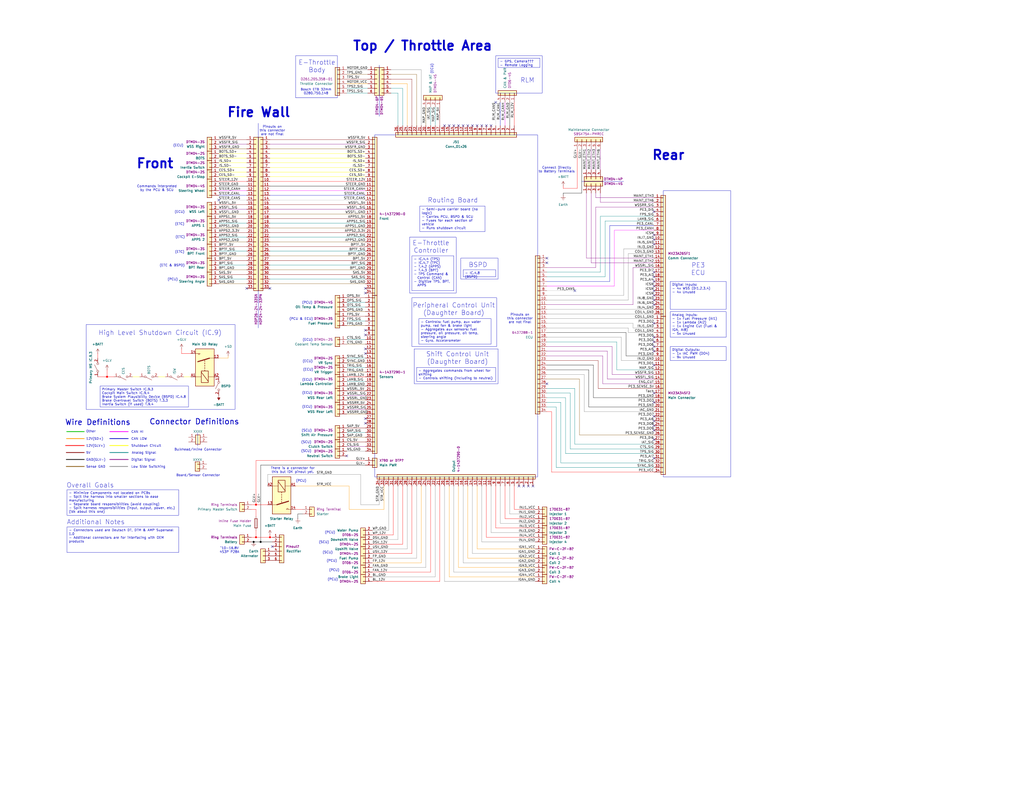
<source format=kicad_sch>
(kicad_sch (version 20231120) (generator "eeschema") (generator_version "8.0")
  (paper "C")
  (title_block (title "FSAE Interconnect") (date "2024-10-22") (rev "B") (company "\"Gryphon\" Racing"))
  (junction (at 58.42 205.74) (color 255 0 0 1))
  (junction (at 142.24 295.91) (color 0 0 0 1))
  (junction (at 139.7 275.59) (color 255 0 0 1))
  (junction (at 139.7 293.37) (color 255 0 0 1))
  (junction (at 147.32 293.37) (color 255 0 0 1))
  (junction (at 138.43 295.91) (color 0 0 0 1))
  (no_connect (at 199.39 182.88))
  (no_connect (at 356.87 128.27))
  (no_connect (at 356.87 227.33))
  (no_connect (at 247.65 68.58))
  (no_connect (at 298.45 143.51))
  (no_connect (at 356.87 133.35))
  (no_connect (at 356.87 153.67))
  (no_connect (at 270.51 55.88))
  (no_connect (at 199.39 180.34))
  (no_connect (at 356.87 199.39))
  (no_connect (at 356.87 240.03))
  (no_connect (at 189.23 248.92))
  (no_connect (at 313.69 158.75))
  (no_connect (at 148.59 298.45))
  (no_connect (at 242.57 68.58))
  (no_connect (at 356.87 148.59))
  (no_connect (at 257.81 68.58))
  (no_connect (at 356.87 250.19))
  (no_connect (at 298.45 140.97))
  (no_connect (at 134.62 157.48))
  (no_connect (at 356.87 219.71))
  (no_connect (at 245.11 68.58))
  (no_connect (at 356.87 166.37))
  (no_connect (at 290.83 265.43))
  (no_connect (at 356.87 232.41))
  (no_connect (at 356.87 214.63))
  (no_connect (at 356.87 176.53))
  (no_connect (at 356.87 184.15))
  (no_connect (at 356.87 161.29))
  (no_connect (at 356.87 158.75))
  (no_connect (at 199.39 190.5))
  (no_connect (at 199.39 228.6))
  (no_connect (at 283.21 265.43))
  (no_connect (at 199.39 160.02))
  (no_connect (at 356.87 156.21))
  (no_connect (at 252.73 68.58))
  (no_connect (at 119.38 109.22))
  (no_connect (at 199.39 231.14))
  (no_connect (at 356.87 189.23))
  (no_connect (at 285.75 265.43))
  (no_connect (at 288.29 265.43))
  (no_connect (at 356.87 130.81))
  (no_connect (at 356.87 186.69))
  (no_connect (at 265.43 68.58))
  (no_connect (at 356.87 163.83))
  (no_connect (at 199.39 157.48))
  (no_connect (at 260.35 68.58))
  (no_connect (at 267.97 68.58))
  (no_connect (at 356.87 151.13))
  (no_connect (at 262.89 68.58))
  (no_connect (at 298.45 209.55))
  (no_connect (at 147.32 157.48))
  (no_connect (at 250.19 68.58))
  (no_connect (at 356.87 234.95))
  (no_connect (at 356.87 115.57))
  (no_connect (at 199.39 193.04))
  (no_connect (at 255.27 68.58))
  (no_connect (at 356.87 191.77))
  (no_connect (at 356.87 229.87))
  (wire (pts (xy 147.32 152.4) (xy 199.39 152.4)) (stroke (width 0) (color 0 132 132 1)))
  (wire (pts (xy 199.39 162.56) (xy 189.23 162.56)) (stroke (width 0) (color 132 0 0 1)))
  (wire (pts (xy 119.38 114.3) (xy 134.62 114.3)) (stroke (width 0) (color 132 0 132 1)))
  (wire (pts (xy 86.36 205.74) (xy 90.17 205.74)) (stroke (width 0) (color 255 255 0 1)))
  (wire (pts (xy 313.69 158.75) (xy 298.45 158.75)) (stroke (width 0) (color 194 194 194 1)))
  (wire (pts (xy 270.51 288.29) (xy 270.51 265.43)) (stroke (width 0) (color 255 0 0 1)))
  (wire (pts (xy 161.29 265.43) (xy 190.5 265.43)) (stroke (width 0) (color 255 153 0 1)))
  (wire (pts (xy 229.87 38.1) (xy 213.36 38.1)) (stroke (width 0) (color 132 132 132 1)))
  (wire (pts (xy 227.33 40.64) (xy 227.33 68.58)) (stroke (width 0) (color 128 77 0 1)))
  (wire (pts (xy 217.17 294.64) (xy 203.2 294.64)) (stroke (width 0) (color 132 132 132 1)))
  (wire (pts (xy 99.06 190.5) (xy 99.06 193.04)) (stroke (width 0) (color 255 0 0 1)))
  (wire (pts (xy 199.39 208.28) (xy 189.23 208.28)) (stroke (width 0) (color 0 132 132 1)))
  (wire (pts (xy 332.74 153.67) (xy 298.45 153.67)) (stroke (width 0) (color 0 0 194 1)))
  (wire (pts (xy 323.85 199.39) (xy 298.45 199.39)) (stroke (width 0) (color 0 0 0 1)))
  (wire (pts (xy 313.69 212.09) (xy 298.45 212.09)) (stroke (width 0) (color 0 132 132 1)))
  (wire (pts (xy 275.59 283.21) (xy 292.1 283.21)) (stroke (width 0) (color 255 0 0 1)))
  (wire (pts (xy 356.87 222.25) (xy 321.31 222.25)) (stroke (width 0) (color 0 0 0 1)))
  (wire (pts (xy 356.87 252.73) (xy 306.07 252.73)) (stroke (width 0) (color 0 132 132 1)))
  (wire (pts (xy 229.87 307.34) (xy 203.2 307.34)) (stroke (width 0) (color 255 153 0 1)))
  (wire (pts (xy 139.7 293.37) (xy 147.32 293.37)) (stroke (width 0) (color 255 0 0 1)))
  (wire (pts (xy 255.27 304.8) (xy 292.1 304.8)) (stroke (width 0) (color 255 153 0 1)))
  (wire (pts (xy 356.87 194.31) (xy 341.63 194.31)) (stroke (width 0) (color 0 0 0 1)))
  (wire (pts (xy 147.32 129.54) (xy 199.39 129.54)) (stroke (width 0) (color 0 132 132 1)))
  (wire (pts (xy 161.29 278.13) (xy 165.1 278.13)) (stroke (width 0) (color 255 0 0 1)))
  (wire (pts (xy 320.04 105.41) (xy 320.04 140.97)) (stroke (width 0) (color 132 0 132 1)))
  (wire (pts (xy 147.32 154.94) (xy 199.39 154.94)) (stroke (width 0) (color 128 77 0 1)))
  (wire (pts (xy 345.44 179.07) (xy 356.87 179.07)) (stroke (width 0) (color 132 132 132 1)))
  (wire (pts (xy 147.32 91.44) (xy 199.39 91.44)) (stroke (width 0) (color 255 255 0 1)))
  (wire (pts (xy 318.77 224.79) (xy 318.77 204.47)) (stroke (width 0) (color 132 132 132 1)))
  (wire (pts (xy 189.23 220.98) (xy 199.39 220.98)) (stroke (width 0) (color 132 0 0 1)))
  (wire (pts (xy 219.71 265.43) (xy 219.71 297.18)) (stroke (width 0) (color 255 0 0 1)))
  (wire (pts (xy 137.16 278.13) (xy 139.7 278.13)) (stroke (width 0) (color 255 0 0 1)))
  (wire (pts (xy 311.15 245.11) (xy 356.87 245.11)) (stroke (width 0) (color 0 132 132 1)))
  (wire (pts (xy 53.34 193.04) (xy 53.34 195.58)) (stroke (width 0) (color 255 0 0 1)))
  (wire (pts (xy 139.7 251.46) (xy 139.7 275.59)) (stroke (width 0) (color 255 0 0 1)))
  (wire (pts (xy 213.36 50.8) (xy 217.17 50.8)) (stroke (width 0) (color 0 132 132 1)))
  (wire (pts (xy 224.79 43.18) (xy 224.79 68.58)) (stroke (width 0) (color 132 0 0 1)))
  (wire (pts (xy 298.45 217.17) (xy 308.61 217.17)) (stroke (width 0) (color 0 132 132 1)))
  (wire (pts (xy 196.85 259.08) (xy 196.85 275.59)) (stroke (width 0) (color 132 132 132 1)))
  (wire (pts (xy 119.38 119.38) (xy 134.62 119.38)) (stroke (width 0) (color 132 0 0 1)))
  (wire (pts (xy 316.23 237.49) (xy 316.23 207.01)) (stroke (width 0) (color 128 77 0 1)))
  (wire (pts (xy 147.32 147.32) (xy 199.39 147.32)) (stroke (width 0) (color 128 77 0 1)))
  (wire (pts (xy 307.34 102.87) (xy 314.96 102.87)) (stroke (width 0) (color 255 0 0 1)))
  (wire (pts (xy 316.23 237.49) (xy 356.87 237.49)) (stroke (width 0) (color 128 77 0 1)))
  (wire (pts (xy 119.38 96.52) (xy 134.62 96.52)) (stroke (width 0) (color 255 255 0 1)))
  (wire (pts (xy 342.9 181.61) (xy 356.87 181.61)) (stroke (width 0) (color 132 132 132 1)))
  (wire (pts (xy 119.38 139.7) (xy 134.62 139.7)) (stroke (width 0) (color 128 77 0 1)))
  (wire (pts (xy 222.25 45.72) (xy 222.25 68.58)) (stroke (width 0) (color 255 153 0 1)))
  (wire (pts (xy 119.38 142.24) (xy 134.62 142.24)) (stroke (width 0) (color 132 0 0 1)))
  (wire (pts (xy 311.15 245.11) (xy 311.15 214.63)) (stroke (width 0) (color 0 132 132 1)))
  (bus (pts (xy 59.9186 250.9012) (xy 69.9516 250.9012)) (stroke (width 0.4) (color 132 0 132 1)))
  (wire (pts (xy 219.71 48.26) (xy 213.36 48.26)) (stroke (width 0) (color 0 132 132 1)))
  (wire (pts (xy 322.58 143.51) (xy 356.87 143.51)) (stroke (width 0) (color 132 0 132 1)))
  (wire (pts (xy 147.32 76.2) (xy 199.39 76.2)) (stroke (width 0) (color 132 0 0 1)))
  (wire (pts (xy 356.87 207.01) (xy 331.47 207.01)) (stroke (width 0) (color 132 0 132 1)))
  (wire (pts (xy 245.11 314.96) (xy 292.1 314.96)) (stroke (width 0) (color 255 153 0 1)))
  (wire (pts (xy 224.79 43.18) (xy 213.36 43.18)) (stroke (width 0) (color 132 0 0 1)))
  (wire (pts (xy 326.39 212.09) (xy 326.39 196.85)) (stroke (width 0) (color 132 0 0 1)))
  (wire (pts (xy 199.39 210.82) (xy 189.23 210.82)) (stroke (width 0) (color 0 0 0 1)))
  (wire (pts (xy 275.59 283.21) (xy 275.59 265.43)) (stroke (width 0) (color 255 0 0 1)))
  (wire (pts (xy 320.04 81.28) (xy 320.04 92.71)) (stroke (width 0) (color 132 0 132 1)))
  (wire (pts (xy 326.39 212.09) (xy 356.87 212.09)) (stroke (width 0) (color 132 0 0 1)))
  (wire (pts (xy 147.32 101.6) (xy 199.39 101.6)) (stroke (width 0) (color 0 0 0 1)))
  (wire (pts (xy 137.16 295.91) (xy 138.43 295.91)) (stroke (width 0) (color 0 0 0 1)))
  (wire (pts (xy 260.35 299.72) (xy 292.1 299.72)) (stroke (width 0) (color 255 153 0 1)))
  (wire (pts (xy 280.67 278.13) (xy 280.67 265.43)) (stroke (width 0) (color 255 0 0 1)))
  (wire (pts (xy 217.17 50.8) (xy 217.17 68.58)) (stroke (width 0) (color 0 132 132 1)))
  (wire (pts (xy 321.31 222.25) (xy 321.31 201.93)) (stroke (width 0) (color 0 0 0 1)))
  (wire (pts (xy 119.38 93.98) (xy 134.62 93.98)) (stroke (width 0) (color 255 255 0 1)))
  (wire (pts (xy 147.32 106.68) (xy 199.39 106.68)) (stroke (width 0) (color 0 0 194 1)))
  (wire (pts (xy 119.38 154.94) (xy 134.62 154.94)) (stroke (width 0) (color 128 77 0 1)))
  (wire (pts (xy 147.32 134.62) (xy 199.39 134.62)) (stroke (width 0) (color 132 0 0 1)))
  (wire (pts (xy 339.09 184.15) (xy 298.45 184.15)) (stroke (width 0) (color 132 132 132 1)))
  (bus (pts (xy 59.9186 254.7112) (xy 69.6976 254.7112)) (stroke (width 0.4) (color 132 132 132 1)))
  (wire (pts (xy 356.87 204.47) (xy 334.01 204.47)) (stroke (width 0) (color 132 0 132 1)))
  (wire (pts (xy 270.51 68.58) (xy 270.51 55.88)) (stroke (width 0) (color 194 194 194 1)))
  (wire (pts (xy 229.87 265.43) (xy 229.87 307.34)) (stroke (width 0) (color 255 153 0 1)))
  (wire (pts (xy 311.15 214.63) (xy 298.45 214.63)) (stroke (width 0) (color 0 132 132 1)))
  (wire (pts (xy 280.67 278.13) (xy 292.1 278.13)) (stroke (width 0) (color 255 0 0 1)))
  (wire (pts (xy 339.09 196.85) (xy 356.87 196.85)) (stroke (width 0) (color 132 132 132 1)))
  (wire (pts (xy 334.01 189.23) (xy 334.01 204.47)) (stroke (width 0) (color 132 0 132 1)))
  (wire (pts (xy 119.38 76.2) (xy 134.62 76.2)) (stroke (width 0) (color 132 0 0 1)))
  (wire (pts (xy 139.7 278.13) (xy 139.7 281.94)) (stroke (width 0) (color 255 0 0 1)))
  (wire (pts (xy 219.71 48.26) (xy 219.71 68.58)) (stroke (width 0) (color 0 132 132 1)))
  (wire (pts (xy 298.45 196.85) (xy 326.39 196.85)) (stroke (width 0) (color 132 0 0 1)))
  (wire (pts (xy 72.39 205.74) (xy 76.2 205.74)) (stroke (width 0) (color 255 255 0 1)))
  (wire (pts (xy 189.23 213.36) (xy 199.39 213.36)) (stroke (width 0) (color 132 0 0 1)))
  (wire (pts (xy 345.44 176.53) (xy 298.45 176.53)) (stroke (width 0) (color 132 132 132 1)))
  (wire (pts (xy 325.12 146.05) (xy 298.45 146.05)) (stroke (width 0) (color 132 0 132 1)))
  (wire (pts (xy 219.71 297.18) (xy 203.2 297.18)) (stroke (width 0) (color 255 0 0 1)))
  (wire (pts (xy 147.32 139.7) (xy 199.39 139.7)) (stroke (width 0) (color 128 77 0 1)))
  (wire (pts (xy 147.32 119.38) (xy 199.39 119.38)) (stroke (width 0) (color 132 0 0 1)))
  (wire (pts (xy 189.23 218.44) (xy 199.39 218.44)) (stroke (width 0) (color 128 77 0 1)))
  (wire (pts (xy 273.05 285.75) (xy 273.05 265.43)) (stroke (width 0) (color 132 132 132 1)))
  (wire (pts (xy 199.39 241.3) (xy 189.23 241.3)) (stroke (width 0) (color 132 0 0 1)))
  (wire (pts (xy 342.9 163.83) (xy 298.45 163.83)) (stroke (width 0) (color 132 132 132 1)))
  (wire (pts (xy 325.12 113.03) (xy 325.12 146.05)) (stroke (width 0) (color 132 0 132 1)))
  (wire (pts (xy 307.34 105.41) (xy 317.5 105.41)) (stroke (width 0) (color 0 0 0 1)))
  (wire (pts (xy 273.05 285.75) (xy 292.1 285.75)) (stroke (width 0) (color 132 132 132 1)))
  (wire (pts (xy 298.45 171.45) (xy 356.87 171.45)) (stroke (width 0) (color 132 132 132 1)))
  (bus (pts (xy 59.9186 235.6612) (xy 69.9516 235.6612)) (stroke (width 0.4) (color 255 0 255 1)))
  (wire (pts (xy 119.38 101.6) (xy 134.62 101.6)) (stroke (width 0) (color 0 0 0 1)))
  (wire (pts (xy 298.45 168.91) (xy 356.87 168.91)) (stroke (width 0) (color 132 132 132 1)))
  (wire (pts (xy 242.57 265.43) (xy 242.57 317.5)) (stroke (width 0) (color 132 132 132 1)))
  (wire (pts (xy 342.9 179.07) (xy 298.45 179.07)) (stroke (width 0) (color 132 132 132 1)))
  (polyline (pts (xy 107.95 236.474) (xy 107.95 243.586)))
  (wire (pts (xy 119.38 86.36) (xy 134.62 86.36)) (stroke (width 0) (color 255 255 0 1)))
  (wire (pts (xy 199.39 170.18) (xy 189.23 170.18)) (stroke (width 0) (color 128 77 0 1)))
  (wire (pts (xy 262.89 295.91) (xy 262.89 265.43)) (stroke (width 0) (color 132 132 132 1)))
  (wire (pts (xy 227.33 304.8) (xy 203.2 304.8)) (stroke (width 0) (color 132 132 132 1)))
  (bus (pts (xy 59.9186 247.0912) (xy 69.9516 247.0912)) (stroke (width 0.4) (color 0 132 132 1)))
  (wire (pts (xy 119.38 195.58) (xy 124.46 195.58)) (stroke (width 0) (color 255 153 0 1)))
  (wire (pts (xy 189.23 243.84) (xy 199.39 243.84)) (stroke (width 0) (color 132 0 132 1)))
  (wire (pts (xy 119.38 88.9) (xy 134.62 88.9)) (stroke (width 0) (color 255 255 0 1)))
  (wire (pts (xy 190.5 265.43) (xy 190.5 278.13)) (stroke (width 0) (color 255 153 0 1)))
  (wire (pts (xy 252.73 265.43) (xy 252.73 307.34)) (stroke (width 0) (color 132 132 132 1)))
  (wire (pts (xy 327.66 110.49) (xy 356.87 110.49)) (stroke (width 0) (color 132 0 132 1)))
  (wire (pts (xy 189.23 45.72) (xy 200.66 45.72)) (stroke (width 0) (color 255 153 0 1)))
  (bus (pts (xy 36.1696 254.7112) (xy 45.9486 254.7112)) (stroke (width 0.4) (color 128 77 0 1)))
  (bus (pts (xy 36.1696 250.9012) (xy 45.9486 250.9012)) (stroke (width 0.4) (color 0 0 0 1)))
  (wire (pts (xy 147.32 293.37) (xy 147.32 292.1)) (stroke (width 0) (color 255 0 0 1)))
  (wire (pts (xy 119.38 81.28) (xy 134.62 81.28)) (stroke (width 0) (color 128 77 0 1)))
  (wire (pts (xy 222.25 45.72) (xy 213.36 45.72)) (stroke (width 0) (color 255 153 0 1)))
  (wire (pts (xy 330.2 151.13) (xy 298.45 151.13)) (stroke (width 0) (color 0 132 132 1)))
  (wire (pts (xy 280.67 55.88) (xy 280.67 68.58)) (stroke (width 0) (color 255 0 0 1)))
  (wire (pts (xy 345.44 146.05) (xy 345.44 166.37)) (stroke (width 0) (color 132 0 132 1)))
  (wire (pts (xy 330.2 120.65) (xy 356.87 120.65)) (stroke (width 0) (color 0 132 132 1)))
  (wire (pts (xy 139.7 251.46) (xy 199.39 251.46)) (stroke (width 0) (color 255 0 0 1)))
  (wire (pts (xy 189.23 43.18) (xy 200.66 43.18)) (stroke (width 0) (color 132 0 0 1)))
  (bus (pts (xy 36.4236 235.6612) (xy 45.9486 235.6612)) (stroke (width 0.4) (color 0 194 0 1)))
  (wire (pts (xy 142.24 254) (xy 199.39 254)) (stroke (width 0) (color 0 0 0 1)))
  (wire (pts (xy 203.2 314.96) (xy 237.49 314.96)) (stroke (width 0) (color 132 132 132 1)))
  (wire (pts (xy 332.74 123.19) (xy 356.87 123.19)) (stroke (width 0) (color 0 0 194 1)))
  (wire (pts (xy 237.49 68.58) (xy 237.49 58.42)) (stroke (width 0) (color 0 132 132 1)))
  (wire (pts (xy 119.38 83.82) (xy 134.62 83.82)) (stroke (width 0) (color 255 255 0 1)))
  (wire (pts (xy 212.09 289.56) (xy 212.09 265.43)) (stroke (width 0) (color 132 132 132 1)))
  (bus (pts (xy 59.9186 239.4712) (xy 69.9516 239.4712)) (stroke (width 0.4) (color 0 0 194 1)))
  (wire (pts (xy 147.32 127) (xy 199.39 127)) (stroke (width 0) (color 132 0 0 1)))
  (wire (pts (xy 331.47 191.77) (xy 331.47 207.01)) (stroke (width 0) (color 132 0 132 1)))
  (wire (pts (xy 331.47 191.77) (xy 298.45 191.77)) (stroke (width 0) (color 132 0 132 1)))
  (wire (pts (xy 345.44 179.07) (xy 345.44 176.53)) (stroke (width 0) (color 132 132 132 1)))
  (wire (pts (xy 147.32 114.3) (xy 199.39 114.3)) (stroke (width 0) (color 132 0 132 1)))
  (wire (pts (xy 308.61 247.65) (xy 308.61 217.17)) (stroke (width 0) (color 0 132 132 1)))
  (wire (pts (xy 147.32 132.08) (xy 199.39 132.08)) (stroke (width 0) (color 128 77 0 1)))
  (wire (pts (xy 137.16 293.37) (xy 139.7 293.37)) (stroke (width 0) (color 255 0 0 1)))
  (wire (pts (xy 323.85 217.17) (xy 323.85 199.39)) (stroke (width 0) (color 0 0 0 1)))
  (wire (pts (xy 189.23 48.26) (xy 200.66 48.26)) (stroke (width 0) (color 0 132 132 1)))
  (wire (pts (xy 342.9 138.43) (xy 342.9 163.83)) (stroke (width 0) (color 132 132 132 1)))
  (wire (pts (xy 199.39 203.2) (xy 189.23 203.2)) (stroke (width 0) (color 128 77 0 1)))
  (wire (pts (xy 217.17 265.43) (xy 217.17 294.64)) (stroke (width 0) (color 132 132 132 1)))
  (wire (pts (xy 119.38 132.08) (xy 134.62 132.08)) (stroke (width 0) (color 128 77 0 1)))
  (wire (pts (xy 224.79 265.43) (xy 224.79 302.26)) (stroke (width 0) (color 255 0 0 1)))
  (wire (pts (xy 124.46 195.58) (xy 124.46 194.31)) (stroke (width 0) (color 255 153 0 1)))
  (wire (pts (xy 203.2 292.1) (xy 214.63 292.1)) (stroke (width 0) (color 255 0 0 1)))
  (wire (pts (xy 199.39 236.22) (xy 189.23 236.22)) (stroke (width 0) (color 0 132 132 1)))
  (wire (pts (xy 147.32 121.92) (xy 199.39 121.92)) (stroke (width 0) (color 0 132 132 1)))
  (wire (pts (xy 327.66 148.59) (xy 298.45 148.59)) (stroke (width 0) (color 0 132 132 1)))
  (wire (pts (xy 320.04 140.97) (xy 356.87 140.97)) (stroke (width 0) (color 132 0 132 1)))
  (wire (pts (xy 234.95 265.43) (xy 234.95 312.42)) (stroke (width 0) (color 255 0 0 1)))
  (wire (pts (xy 322.58 105.41) (xy 322.58 143.51)) (stroke (width 0) (color 132 0 132 1)))
  (wire (pts (xy 298.45 173.99) (xy 356.87 173.99)) (stroke (width 0) (color 132 132 132 1)))
  (wire (pts (xy 270.51 288.29) (xy 292.1 288.29)) (stroke (width 0) (color 255 0 0 1)))
  (wire (pts (xy 325.12 107.95) (xy 325.12 105.41)) (stroke (width 0) (color 132 0 132 1)))
  (wire (pts (xy 134.62 137.16) (xy 119.38 137.16)) (stroke (width 0) (color 0 132 132 1)))
  (bus (pts (xy 59.9186 243.2812) (xy 69.9516 243.2812)) (stroke (width 0.4) (color 255 255 0 1)))
  (wire (pts (xy 257.81 265.43) (xy 257.81 302.26)) (stroke (width 0) (color 132 132 132 1)))
  (wire (pts (xy 255.27 265.43) (xy 255.27 304.8)) (stroke (width 0) (color 255 153 0 1)))
  (wire (pts (xy 119.38 106.68) (xy 134.62 106.68)) (stroke (width 0) (color 0 0 194 1)))
  (wire (pts (xy 214.63 292.1) (xy 214.63 265.43)) (stroke (width 0) (color 255 0 0 1)))
  (wire (pts (xy 199.39 177.8) (xy 189.23 177.8)) (stroke (width 0) (color 128 77 0 1)))
  (wire (pts (xy 340.36 135.89) (xy 356.87 135.89)) (stroke (width 0) (color 132 132 132 1)))
  (wire (pts (xy 142.24 295.91) (xy 148.59 295.91)) (stroke (width 0) (color 0 0 0 1)))
  (wire (pts (xy 147.32 144.78) (xy 199.39 144.78)) (stroke (width 0) (color 0 132 132 1)))
  (wire (pts (xy 336.55 186.69) (xy 298.45 186.69)) (stroke (width 0) (color 0 132 132 1)))
  (wire (pts (xy 298.45 194.31) (xy 328.93 194.31)) (stroke (width 0) (color 132 0 132 1)))
  (polyline (pts (xy 317.5 99.06) (xy 330.2 99.06)))
  (polyline (pts (xy 207.01 35.56) (xy 207.01 63.5)))
  (wire (pts (xy 298.45 224.79) (xy 300.99 224.79)) (stroke (width 0) (color 255 0 0 1)))
  (wire (pts (xy 162.56 280.67) (xy 165.1 280.67)) (stroke (width 0) (color 0 0 0 1)))
  (wire (pts (xy 119.38 149.86) (xy 134.62 149.86)) (stroke (width 0) (color 132 0 0 1)))
  (wire (pts (xy 267.97 290.83) (xy 292.1 290.83)) (stroke (width 0) (color 132 132 132 1)))
  (wire (pts (xy 335.28 156.21) (xy 298.45 156.21)) (stroke (width 0) (color 255 0 255 1)))
  (wire (pts (xy 162.56 280.67) (xy 162.56 283.21)) (stroke (width 0) (color 0 0 0 1)))
  (wire (pts (xy 147.32 96.52) (xy 199.39 96.52)) (stroke (width 0) (color 255 255 0 1)))
  (wire (pts (xy 189.23 215.9) (xy 199.39 215.9)) (stroke (width 0) (color 132 0 132 1)))
  (wire (pts (xy 306.07 219.71) (xy 298.45 219.71)) (stroke (width 0) (color 0 132 132 1)))
  (wire (pts (xy 199.39 172.72) (xy 189.23 172.72)) (stroke (width 0) (color 132 0 0 1)))
  (wire (pts (xy 134.62 152.4) (xy 119.38 152.4)) (stroke (width 0) (color 0 132 132 1)))
  (wire (pts (xy 190.5 278.13) (xy 209.55 278.13)) (stroke (width 0) (color 255 153 0 1)))
  (wire (pts (xy 147.32 86.36) (xy 199.39 86.36)) (stroke (width 0) (color 255 255 0 1)))
  (wire (pts (xy 356.87 217.17) (xy 323.85 217.17)) (stroke (width 0) (color 0 0 0 1)))
  (wire (pts (xy 119.38 111.76) (xy 134.62 111.76)) (stroke (width 0) (color 132 0 0 1)))
  (wire (pts (xy 247.65 312.42) (xy 292.1 312.42)) (stroke (width 0) (color 132 132 132 1)))
  (wire (pts (xy 306.07 252.73) (xy 306.07 219.71)) (stroke (width 0) (color 0 132 132 1)))
  (wire (pts (xy 278.13 280.67) (xy 292.1 280.67)) (stroke (width 0) (color 132 132 132 1)))
  (wire (pts (xy 265.43 293.37) (xy 265.43 265.43)) (stroke (width 0) (color 255 0 0 1)))
  (wire (pts (xy 199.39 200.66) (xy 189.23 200.66)) (stroke (width 0) (color 0 132 132 1)))
  (wire (pts (xy 327.66 118.11) (xy 356.87 118.11)) (stroke (width 0) (color 0 132 132 1)))
  (wire (pts (xy 199.39 195.58) (xy 189.23 195.58)) (stroke (width 0) (color 0 132 132 1)))
  (wire (pts (xy 334.01 189.23) (xy 298.45 189.23)) (stroke (width 0) (color 132 0 132 1)))
  (wire (pts (xy 340.36 135.89) (xy 340.36 161.29)) (stroke (width 0) (color 132 132 132 1)))
  (wire (pts (xy 119.38 109.22) (xy 134.62 109.22)) (stroke (width 0) (color 194 194 194 1)))
  (wire (pts (xy 199.39 185.42) (xy 189.23 185.42)) (stroke (width 0) (color 0 132 132 1)))
  (wire (pts (xy 139.7 293.37) (xy 139.7 289.56)) (stroke (width 0) (color 255 0 0 1)))
  (wire (pts (xy 356.87 255.27) (xy 303.53 255.27)) (stroke (width 0) (color 0 132 132 1)))
  (wire (pts (xy 232.41 68.58) (xy 232.41 58.42)) (stroke (width 0) (color 128 77 0 1)))
  (wire (pts (xy 134.62 129.54) (xy 119.38 129.54)) (stroke (width 0) (color 0 132 132 1)))
  (wire (pts (xy 119.38 134.62) (xy 134.62 134.62)) (stroke (width 0) (color 132 0 0 1)))
  (wire (pts (xy 119.38 147.32) (xy 134.62 147.32)) (stroke (width 0) (color 128 77 0 1)))
  (wire (pts (xy 203.2 289.56) (xy 212.09 289.56)) (stroke (width 0) (color 132 132 132 1)))
  (wire (pts (xy 240.03 317.5) (xy 203.2 317.5)) (stroke (width 0) (color 255 0 0 1)))
  (wire (pts (xy 332.74 123.19) (xy 332.74 153.67)) (stroke (width 0) (color 0 0 194 1)))
  (wire (pts (xy 147.32 83.82) (xy 199.39 83.82)) (stroke (width 0) (color 255 255 0 1)))
  (bus (pts (xy 36.2966 239.4712) (xy 45.9486 239.4712)) (stroke (width 0.4) (color 255 153 0 1)))
  (wire (pts (xy 240.03 68.58) (xy 240.03 58.42)) (stroke (width 0) (color 132 0 0 1)))
  (wire (pts (xy 303.53 222.25) (xy 298.45 222.25)) (stroke (width 0) (color 0 132 132 1)))
  (wire (pts (xy 313.69 242.57) (xy 356.87 242.57)) (stroke (width 0) (color 0 132 132 1)))
  (wire (pts (xy 257.81 302.26) (xy 292.1 302.26)) (stroke (width 0) (color 132 132 132 1)))
  (wire (pts (xy 189.23 38.1) (xy 200.66 38.1)) (stroke (width 0) (color 132 132 132 1)))
  (wire (pts (xy 342.9 138.43) (xy 356.87 138.43)) (stroke (width 0) (color 132 132 132 1)))
  (wire (pts (xy 189.23 50.8) (xy 200.66 50.8)) (stroke (width 0) (color 0 132 132 1)))
  (wire (pts (xy 327.66 110.49) (xy 327.66 105.41)) (stroke (width 0) (color 132 0 132 1)))
  (wire (pts (xy 314.96 81.28) (xy 314.96 102.87)) (stroke (width 0) (color 255 0 0 1)))
  (wire (pts (xy 339.09 184.15) (xy 339.09 196.85)) (stroke (width 0) (color 132 132 132 1)))
  (wire (pts (xy 147.32 88.9) (xy 199.39 88.9)) (stroke (width 0) (color 255 255 0 1)))
  (wire (pts (xy 325.12 113.03) (xy 356.87 113.03)) (stroke (width 0) (color 132 0 132 1)))
  (wire (pts (xy 199.39 167.64) (xy 189.23 167.64)) (stroke (width 0) (color 0 132 132 1)))
  (wire (pts (xy 119.38 127) (xy 134.62 127)) (stroke (width 0) (color 132 0 0 1)))
  (wire (pts (xy 222.25 299.72) (xy 203.2 299.72)) (stroke (width 0) (color 132 132 132 1)))
  (wire (pts (xy 53.34 205.74) (xy 58.42 205.74)) (stroke (width 0) (color 255 0 0 1)))
  (wire (pts (xy 322.58 81.28) (xy 322.58 92.71)) (stroke (width 0) (color 132 0 132 1)))
  (wire (pts (xy 275.59 55.88) (xy 275.59 68.58)) (stroke (width 0) (color 255 0 255 1)))
  (wire (pts (xy 335.28 125.73) (xy 335.28 156.21)) (stroke (width 0) (color 255 0 255 1)))
  (wire (pts (xy 307.34 105.41) (xy 307.34 106.68)) (stroke (width 0) (color 0 0 0 1)))
  (wire (pts (xy 278.13 280.67) (xy 278.13 265.43)) (stroke (width 0) (color 132 132 132 1)))
  (wire (pts (xy 260.35 265.43) (xy 260.35 299.72)) (stroke (width 0) (color 255 153 0 1)))
  (wire (pts (xy 119.38 104.14) (xy 134.62 104.14)) (stroke (width 0) (color 255 0 255 1)))
  (wire (pts (xy 147.32 109.22) (xy 199.39 109.22)) (stroke (width 0) (color 194 194 194 1)))
  (wire (pts (xy 147.32 93.98) (xy 199.39 93.98)) (stroke (width 0) (color 255 255 0 1)))
  (wire (pts (xy 196.85 275.59) (xy 207.01 275.59)) (stroke (width 0) (color 132 132 132 1)))
  (wire (pts (xy 267.97 290.83) (xy 267.97 265.43)) (stroke (width 0) (color 132 132 132 1)))
  (wire (pts (xy 303.53 255.27) (xy 303.53 222.25)) (stroke (width 0) (color 0 132 132 1)))
  (wire (pts (xy 316.23 207.01) (xy 298.45 207.01)) (stroke (width 0) (color 128 77 0 1)))
  (wire (pts (xy 318.77 204.47) (xy 298.45 204.47)) (stroke (width 0) (color 132 132 132 1)))
  (wire (pts (xy 327.66 81.28) (xy 327.66 92.71)) (stroke (width 0) (color 132 0 132 1)))
  (wire (pts (xy 134.62 121.92) (xy 119.38 121.92)) (stroke (width 0) (color 0 132 132 1)))
  (wire (pts (xy 356.87 201.93) (xy 336.55 201.93)) (stroke (width 0) (color 0 132 132 1)))
  (wire (pts (xy 99.06 193.04) (xy 104.14 193.04)) (stroke (width 0) (color 255 0 0 1)))
  (wire (pts (xy 300.99 257.81) (xy 356.87 257.81)) (stroke (width 0) (color 255 0 0 1)))
  (wire (pts (xy 242.57 317.5) (xy 292.1 317.5)) (stroke (width 0) (color 132 132 132 1)))
  (bus (pts (xy 35.7886 243.2812) (xy 45.9486 243.2812)) (stroke (width 0.4) (color 255 0 0 1)))
  (wire (pts (xy 227.33 40.64) (xy 213.36 40.64)) (stroke (width 0) (color 128 77 0 1)))
  (wire (pts (xy 335.28 125.73) (xy 356.87 125.73)) (stroke (width 0) (color 255 0 255 1)))
  (wire (pts (xy 207.01 275.59) (xy 207.01 265.43)) (stroke (width 0) (color 132 132 132 1)))
  (wire (pts (xy 119.38 144.78) (xy 134.62 144.78)) (stroke (width 0) (color 0 132 132 1)))
  (wire (pts (xy 237.49 265.43) (xy 237.49 314.96)) (stroke (width 0) (color 132 132 132 1)))
  (wire (pts (xy 341.63 181.61) (xy 341.63 194.31)) (stroke (width 0) (color 0 0 0 1)))
  (wire (pts (xy 58.42 201.93) (xy 58.42 205.74)) (stroke (width 0) (color 255 0 0 1)))
  (wire (pts (xy 147.32 293.37) (xy 148.59 293.37)) (stroke (width 0) (color 255 0 0 1)))
  (wire (pts (xy 58.42 205.74) (xy 62.23 205.74)) (stroke (width 0) (color 255 0 0 1)))
  (wire (pts (xy 189.23 223.52) (xy 199.39 223.52)) (stroke (width 0) (color 132 0 132 1)))
  (wire (pts (xy 146.05 259.08) (xy 196.85 259.08)) (stroke (width 0) (color 132 132 132 1)))
  (wire (pts (xy 232.41 265.43) (xy 232.41 309.88)) (stroke (width 0) (color 132 132 132 1)))
  (wire (pts (xy 227.33 265.43) (xy 227.33 304.8)) (stroke (width 0) (color 132 132 132 1)))
  (wire (pts (xy 317.5 81.28) (xy 317.5 105.41)) (stroke (width 0) (color 0 0 0 1)))
  (wire (pts (xy 336.55 186.69) (xy 336.55 201.93)) (stroke (width 0) (color 0 132 132 1)))
  (wire (pts (xy 147.32 81.28) (xy 199.39 81.28)) (stroke (width 0) (color 128 77 0 1)))
  (wire (pts (xy 342.9 181.61) (xy 342.9 179.07)) (stroke (width 0) (color 132 132 132 1)))
  (wire (pts (xy 224.79 302.26) (xy 203.2 302.26)) (stroke (width 0) (color 255 0 0 1)))
  (polyline (pts (xy 140.97 67.31) (xy 140.97 179.07)))
  (wire (pts (xy 345.44 146.05) (xy 356.87 146.05)) (stroke (width 0) (color 132 0 132 1)))
  (wire (pts (xy 245.11 265.43) (xy 245.11 314.96)) (stroke (width 0) (color 255 153 0 1)))
  (wire (pts (xy 222.25 265.43) (xy 222.25 299.72)) (stroke (width 0) (color 132 132 132 1)))
  (wire (pts (xy 147.32 78.74) (xy 199.39 78.74)) (stroke (width 0) (color 132 0 132 1)))
  (wire (pts (xy 100.33 205.74) (xy 104.14 205.74)) (stroke (width 0) (color 255 255 0 1)))
  (wire (pts (xy 313.69 242.57) (xy 313.69 212.09)) (stroke (width 0) (color 0 132 132 1)))
  (wire (pts (xy 229.87 38.1) (xy 229.87 68.58)) (stroke (width 0) (color 132 132 132 1)))
  (wire (pts (xy 328.93 209.55) (xy 356.87 209.55)) (stroke (width 0) (color 132 0 132 1)))
  (wire (pts (xy 250.19 309.88) (xy 292.1 309.88)) (stroke (width 0) (color 255 153 0 1)))
  (wire (pts (xy 147.32 137.16) (xy 199.39 137.16)) (stroke (width 0) (color 0 132 132 1)))
  (wire (pts (xy 147.32 99.06) (xy 199.39 99.06)) (stroke (width 0) (color 255 0 0 1)))
  (wire (pts (xy 341.63 181.61) (xy 298.45 181.61)) (stroke (width 0) (color 0 0 0 1)))
  (wire (pts (xy 139.7 275.59) (xy 146.05 275.59)) (stroke (width 0) (color 255 0 0 1)))
  (wire (pts (xy 189.23 246.38) (xy 199.39 246.38)) (stroke (width 0) (color 132 132 132 1)))
  (wire (pts (xy 262.89 295.91) (xy 292.1 295.91)) (stroke (width 0) (color 132 132 132 1)))
  (wire (pts (xy 247.65 265.43) (xy 247.65 312.42)) (stroke (width 0) (color 132 132 132 1)))
  (wire (pts (xy 278.13 55.88) (xy 278.13 68.58)) (stroke (width 0) (color 0 0 0 1)))
  (wire (pts (xy 273.05 55.88) (xy 273.05 68.58)) (stroke (width 0) (color 0 0 194 1)))
  (wire (pts (xy 189.23 226.06) (xy 199.39 226.06)) (stroke (width 0) (color 128 77 0 1)))
  (wire (pts (xy 199.39 233.68) (xy 189.23 233.68)) (stroke (width 0) (color 132 0 0 1)))
  (wire (pts (xy 240.03 265.43) (xy 240.03 317.5)) (stroke (width 0) (color 255 0 0 1)))
  (wire (pts (xy 345.44 166.37) (xy 298.45 166.37)) (stroke (width 0) (color 132 0 132 1)))
  (wire (pts (xy 119.38 124.46) (xy 134.62 124.46)) (stroke (width 0) (color 128 77 0 1)))
  (polyline (pts (xy 330.2 99.06) (xy 340.36 99.06)))
  (wire (pts (xy 232.41 309.88) (xy 203.2 309.88)) (stroke (width 0) (color 132 132 132 1)))
  (wire (pts (xy 147.32 116.84) (xy 199.39 116.84)) (stroke (width 0) (color 128 77 0 1)))
  (wire (pts (xy 308.61 247.65) (xy 356.87 247.65)) (stroke (width 0) (color 0 132 132 1)))
  (wire (pts (xy 250.19 265.43) (xy 250.19 309.88)) (stroke (width 0) (color 255 153 0 1)))
  (wire (pts (xy 199.39 175.26) (xy 189.23 175.26)) (stroke (width 0) (color 0 132 132 1)))
  (wire (pts (xy 199.39 205.74) (xy 189.23 205.74)) (stroke (width 0) (color 255 0 0 1)))
  (wire (pts (xy 252.73 307.34) (xy 292.1 307.34)) (stroke (width 0) (color 132 132 132 1)))
  (wire (pts (xy 147.32 149.86) (xy 199.39 149.86)) (stroke (width 0) (color 132 0 0 1)))
  (wire (pts (xy 189.23 40.64) (xy 200.66 40.64)) (stroke (width 0) (color 128 77 0 1)))
  (wire (pts (xy 321.31 201.93) (xy 298.45 201.93)) (stroke (width 0) (color 0 0 0 1)))
  (wire (pts (xy 330.2 120.65) (xy 330.2 151.13)) (stroke (width 0) (color 0 132 132 1)))
  (wire (pts (xy 146.05 259.08) (xy 146.05 265.43)) (stroke (width 0) (color 132 132 132 1)))
  (wire (pts (xy 340.36 161.29) (xy 298.45 161.29)) (stroke (width 0) (color 132 132 132 1)))
  (wire (pts (xy 234.95 68.58) (xy 234.95 58.42)) (stroke (width 0) (color 0 132 132 1)))
  (wire (pts (xy 147.32 104.14) (xy 199.39 104.14)) (stroke (width 0) (color 255 0 255 1)))
  (wire (pts (xy 300.99 224.79) (xy 300.99 257.81)) (stroke (width 0) (color 255 0 0 1)))
  (wire (pts (xy 119.38 91.44) (xy 134.62 91.44)) (stroke (width 0) (color 255 255 0 1)))
  (wire (pts (xy 209.55 278.13) (xy 209.55 265.43)) (stroke (width 0) (color 255 153 0 1)))
  (wire (pts (xy 199.39 165.1) (xy 189.23 165.1)) (stroke (width 0) (color 0 132 132 1)))
  (wire (pts (xy 356.87 224.79) (xy 318.77 224.79)) (stroke (width 0) (color 132 132 132 1)))
  (wire (pts (xy 325.12 107.95) (xy 356.87 107.95)) (stroke (width 0) (color 132 0 132 1)))
  (wire (pts (xy 142.24 254) (xy 142.24 295.91)) (stroke (width 0) (color 0 0 0 1)))
  (wire (pts (xy 147.32 142.24) (xy 199.39 142.24)) (stroke (width 0) (color 132 0 0 1)))
  (wire (pts (xy 325.12 81.28) (xy 325.12 92.71)) (stroke (width 0) (color 132 0 132 1)))
  (wire (pts (xy 199.39 187.96) (xy 189.23 187.96)) (stroke (width 0) (color 128 77 0 1)))
  (wire (pts (xy 119.38 116.84) (xy 134.62 116.84)) (stroke (width 0) (color 128 77 0 1)))
  (wire (pts (xy 147.32 124.46) (xy 199.39 124.46)) (stroke (width 0) (color 128 77 0 1)))
  (wire (pts (xy 307.34 102.87) (xy 307.34 101.6)) (stroke (width 0) (color 255 0 0 1)))
  (wire (pts (xy 119.38 99.06) (xy 134.62 99.06)) (stroke (width 0) (color 255 0 0 1)))
  (wire (pts (xy 265.43 293.37) (xy 292.1 293.37)) (stroke (width 0) (color 255 0 0 1)))
  (wire (pts (xy 138.43 295.91) (xy 142.24 295.91)) (stroke (width 0) (color 0 0 0 1)))
  (wire (pts (xy 328.93 209.55) (xy 328.93 194.31)) (stroke (width 0) (color 132 0 132 1)))
  (wire (pts (xy 119.38 78.74) (xy 134.62 78.74)) (stroke (width 0) (color 132 0 132 1)))
  (wire (pts (xy 199.39 238.76) (xy 189.23 238.76)) (stroke (width 0) (color 128 77 0 1)))
  (wire (pts (xy 137.16 275.59) (xy 139.7 275.59)) (stroke (width 0) (color 255 0 0 1)))
  (wire (pts (xy 234.95 312.42) (xy 203.2 312.42)) (stroke (width 0) (color 255 0 0 1)))
  (wire (pts (xy 327.66 118.11) (xy 327.66 148.59)) (stroke (width 0) (color 0 132 132 1)))
  (wire (pts (xy 147.32 111.76) (xy 199.39 111.76)) (stroke (width 0) (color 132 0 0 1)))
  (bus (pts (xy 36.1696 247.0912) (xy 45.9486 247.0912)) (stroke (width 0.4) (color 132 0 0 1)))
  (wire (pts (xy 199.39 198.12) (xy 189.23 198.12)) (stroke (width 0) (color 128 77 0 1)))
  (rectangle (start 361.95 104.14) (end 398.78 260.35))
  (rectangle (start 226.06 190.5) (end 271.78 209.55))
  (rectangle (start 204.47 73.66) (end 293.37 260.35))
  (rectangle (start 223.52 129.54) (end 248.92 160.02))
  (rectangle (start 270.51 30.48) (end 295.91 50.8))
  (rectangle (start 251.46 140.97) (end 271.78 152.4))
  (rectangle (start 224.79 162.56) (end 271.018 189.23))
  (rectangle (start 46.99 177.2412) (end 128.27 223.52))
  (rectangle (start 161.29 30.48) (end 184.15 53.34))
  (text_box "- Minimize Components not located on PCBs\n- Split the harness into smaller sections to ease manufacturing\n- Separate board responsibilities (avoid coupling)\n- Split harness responsibilities (input, output, power, etc.) (idk about this one)" (at 36.5506 267.4112 0) (size 60.96 13.97) (effects (font (size 1.27 1.27)) (justify left top)))
  (text_box "- Controls: fuel pump, aux water pump, rad fan & brake light\n- Aggregates aux sensors: fuel pressure, oil pressure, oil temp, steering angle\n- Gyro, Accelerometer" (at 228.6 173.99 0) (size 39.37 13.97) (effects (font (size 1.27 1.27)) (justify left top)))
  (text_box "Digital Outputs:\n- 1x IAC PWM (DO4)\n- 9x Unused" (at 365.76 189.23 0) (size 30.48 7.62) (effects (font (size 1.27 1.27)) (justify left top)))
  (text_box "Analog Inputs:\n- 1x Fuel Pressure (AI1)\n- 1x Lambda (AI2)\n- 1x Engine Cut (Fuel & IGN, AI8)\n- 5x Unused" (at 365.76 170.18 0) (size 30.48 13.97) (effects (font (size 1.27 1.27)) (justify left top)))
  (text_box "- Aggregates commands from wheel for shifting\n- Controls shifting (including to neutral)\n" (at 227.33 200.66 0) (size 43.18 7.62) (effects (font (size 1.27 1.27)) (justify left top)))
  (text_box "Primary Master Switch IC.9.3\nCockpit Main Switch IC.9.4\nBrake System Plausibility Device (BSPD) IC.4.8\nBrake Overtravel Switch (BOTS) T.3.3\nInertia Switch (if used) T.9.4" (at 54.61 210.82 0) (size 48.26 11.43) (effects (font (size 1.27 1.27)) (justify left top)))
  (text_box "- Connectors used are Deutsch DT, DTM & AMP Superseal 1.0\n- Additional connectors are for interfacing with OEM products" (at 36.5506 287.7312 0) (size 60.96 13.97) (effects (font (size 1.27 1.27)) (justify left top)))
  (text_box "- IC.4.8 (BSPD)" (at 252.73 147.32 0) (size 17.78 3.81) (effects (font (size 1.27 1.27)) (justify left top)))
  (text_box "Digital Inputs:\n- 4x WSS (DI1,2,3,4)\n- 4x Unused" (at 365.76 153.67 0) (size 30.48 15.24) (effects (font (size 1.27 1.27)) (justify left top)))
  (text_box "- Semi-pure carrier board (no logic)\n- Carries PCU, BSPD & SCU\n- Fuses for each section of vehicle\n- Runs shutdown circuit" (at 229.108 112.522 0) (size 35.56 13.97) (effects (font (size 1.27 1.27)) (justify left top)))
  (text_box "- GPS, Camera???\n- Remote Logging" (at 271.78 31.75 0) (size 22.86 5.08) (effects (font (size 1.27 1.27)) (justify left top)))
  (text_box "- IC.4.4 (TPS)\n- IC.4.7 (TPC)\n- T.4.2 (APPS)\n- T.4.3 (BPT)\n- TPS Command & \n  Control (CAN)\n- Digitize TPS, BPT,\n  APPS" (at 224.79 139.7 0) (size 22.86 19.05) (effects (font (size 1.27 1.27)) (justify left top)))
  (text "Digital Signal" (at 71.6026 251.9172 0) (effects (font (size 1.27 1.27)) (justify left bottom)))
  (text "Peripheral Control Unit\n(Daughter Board)" (at 247.65 168.91 0) (effects (font (size 2.54 2.54))))
  (text "(PCU)" (at 182.372 311.404 0) (effects (font (size 1.27 1.27))))
  (text "E-Throttle\nBody" (at 172.974 36.322 0) (effects (font (size 2.54 2.54))))
  (text "(ECU)" (at 168.148 201.93 0) (effects (font (size 1.27 1.27))))
  (text "(SCU)" (at 167.132 246.38 0) (effects (font (size 1.27 1.27))))
  (text "Rear" (at 364.744 84.836 0) (effects (font (size 5.08 5.08) (thickness 1.016) (bold yes))))
  (text "Fire Wall" (at 141.224 61.468 0) (effects (font (size 5.08 5.08) (thickness 1.016) (bold yes))))
  (text "(PCU)" (at 167.64 165.354 0) (effects (font (size 1.27 1.27))))
  (text "Connector Definitions" (at 81.407 232.156 0) (effects (font (size 3 3) (thickness 0.4) (bold yes)) (justify left bottom)))
  (text "(ECU)" (at 167.64 207.518 0) (effects (font (size 1.27 1.27))))
  (text "Commands interpreted\nby the PCU & SCU" (at 85.598 102.87 0) (effects (font (size 1.27 1.27))))
  (text "(ECU)" (at 167.64 222.25 0) (effects (font (size 1.27 1.27))))
  (text "(ECU)" (at 97.282 79.502 0) (effects (font (size 1.27 1.27))))
  (text "^10-16.8V\n4S3P P28A" (at 125.222 300.482 0) (effects (font (size 1.27 1.27))))
  (text "BSPD" (at 260.858 144.78 0) (effects (font (size 2.54 2.54))))
  (text "(SCU)" (at 178.816 301.752 0) (effects (font (size 1.27 1.27))))
  (text "Pinouts on\nthis connector\nare not final" (at 283.718 173.99 0) (effects (font (size 1.27 1.27))))
  (text "Top / Throttle Area" (at 230.632 25.146 0) (effects (font (size 5.08 5.08) (thickness 1.016) (bold yes))))
  (text "(PCU)" (at 164.338 262.636 0) (effects (font (size 1.27 1.27))))
  (text "(SCU)" (at 176.784 296.164 0) (effects (font (size 1.27 1.27))))
  (text "(ECU)" (at 235.712 37.592 90) (effects (font (size 1.27 1.27))))
  (text "(PCU & ECU)" (at 164.338 174.244 0) (effects (font (size 1.27 1.27))))
  (text "Pinouts on\nthis connector\nare not final" (at 148.59 71.374 0) (effects (font (size 1.27 1.27))))
  (text "(PCU)" (at 181.61 316.484 0) (effects (font (size 1.27 1.27))))
  (text "Bosch ETB 32mm\n0280.750.148" (at 172.466 50.038 0) (effects (font (size 1.27 1.27))))
  (text "RLM" (at 287.782 43.942 0) (effects (font (size 2.54 2.54))))
  (text "12V(GLV+)" (at 46.9646 244.2972 0) (effects (font (size 1.27 1.27)) (justify left bottom)))
  (text "CAN LOW" (at 71.6026 240.4872 0) (effects (font (size 1.27 1.27)) (justify left bottom)))
  (text "Front" (at 84.582 89.408 0) (effects (font (size 5.08 5.08) (thickness 1.016) (bold yes))))
  (text "Shift Control Unit\n(Daughter Board)" (at 249.682 195.58 0) (effects (font (size 2.54 2.54))))
  (text "(PCU)" (at 180.086 290.83 0) (effects (font (size 1.27 1.27))))
  (text "(SCU)" (at 167.132 241.554 0) (effects (font (size 1.27 1.27))))
  (text "(ECU)" (at 98.044 115.824 0) (effects (font (size 1.27 1.27))))
  (text "Overall Goals" (at 49.2506 265.1252 0) (effects (font (size 2.54 2.54))))
  (text "PE3\nECU\n" (at 381 147.066 0) (effects (font (size 2.54 2.54))))
  (text "Additional Notes" (at 52.2986 285.1912 0) (effects (font (size 2.54 2.54))))
  (text "There is a connector for\nthis but IDK pinout yet." (at 159.766 256.794 0) (effects (font (size 1.27 1.27))))
  (text "(ETC & BSPD)" (at 93.98 145.034 0) (effects (font (size 1.27 1.27))))
  (text "(SCU)" (at 167.386 235.204 0) (effects (font (size 1.27 1.27))))
  (text "Low Side Switching" (at 71.6026 255.7272 0) (effects (font (size 1.27 1.27)) (justify left bottom)))
  (text "Analog Signal" (at 71.8566 248.1072 0) (effects (font (size 1.27 1.27)) (justify left bottom)))
  (text "Sense GND" (at 46.9646 255.7272 0) (effects (font (size 1.27 1.27)) (justify left bottom)))
  (text "Other" (at 46.9646 236.4232 0) (effects (font (size 1.27 1.27)) (justify left bottom)))
  (text "(ETC)" (at 98.298 129.54 0) (effects (font (size 1.27 1.27))))
  (text "Connect Directly\nto Battery Terminals" (at 303.784 92.71 0) (effects (font (size 1.27 1.27))))
  (text "High Level Shutdown Circuit (IC.9)" (at 87.376 181.864 0) (effects (font (size 2.54 2.54))))
  (text "GND(GLV-)" (at 46.9646 251.9172 0) (effects (font (size 1.27 1.27)) (justify left bottom)))
  (text "(ETC)" (at 98.044 122.428 0) (effects (font (size 1.27 1.27))))
  (text "Bulkhead/Inline Connector" (at 95.0976 246.3292 0) (effects (font (size 1.27 1.27)) (justify left bottom)))
  (text "E-Throttle\nController" (at 235.204 134.874 0) (effects (font (size 2.54 2.54))))
  (text "Board/Sensor Connector" (at 96.139 260.3754 0) (effects (font (size 1.27 1.27)) (justify left bottom)))
  (text "CAN HI" (at 71.6026 236.6772 0) (effects (font (size 1.27 1.27)) (justify left bottom)))
  (text "Shutdown Circuit" (at 71.6026 244.2972 0) (effects (font (size 1.27 1.27)) (justify left bottom)))
  (text "12V(SD+)" (at 46.9646 240.4872 0) (effects (font (size 1.27 1.27)) (justify left bottom)))
  (text "(ETC)" (at 98.044 137.668 0) (effects (font (size 1.27 1.27))))
  (text "(ECU)" (at 167.894 185.674 0) (effects (font (size 1.27 1.27))))
  (text "(ECU)" (at 167.64 214.63 0) (effects (font (size 1.27 1.27))))
  (text "(ECU)" (at 167.894 197.358 0) (effects (font (size 1.27 1.27))))
  (text "(PCU)" (at 94.234 152.654 0) (effects (font (size 1.27 1.27))))
  (text "5V" (at 46.9646 248.1072 0) (effects (font (size 1.27 1.27)) (justify left bottom)))
  (text "Wire Definitions" (at 35.4076 232.4862 0) (effects (font (size 3 3) (thickness 0.4) (bold yes)) (justify left bottom)))
  (text "Routing Board" (at 247.142 109.474 0) (effects (font (size 2.54 2.54))))
  (text "(PCU)" (at 181.102 306.324 0) (effects (font (size 1.27 1.27))))
  (label "MOTOR_VCC" (at 189.23 45.72 0))
  (label "CES_SD+" (at 119.38 93.98 0))
  (label "IS_SD+" (at 119.38 88.9 0))
  (label "PE3_GND" (at 356.87 194.31 180))
  (label "STR_GND" (at 207.01 265.43 270))
  (label "IGN1_VCC" (at 292.1 299.72 180))
  (label "PE3_DO2" (at 356.87 176.53 180))
  (label "INJ3_VCC" (at 292.1 288.29 180))
  (label "MAP_SIG" (at 237.49 58.42 270))
  (label "CS_5V" (at 189.23 241.3 0))
  (label "WSSFR_GND" (at 199.39 81.28 180))
  (label "STEER_GND" (at 199.39 101.6 180))
  (label "INJ7_GND" (at 356.87 130.81 180))
  (label "CES_SD+" (at 199.39 93.98 180))
  (label "BOTS_SD+" (at 119.38 83.82 0))
  (label "IGN3_GND" (at 292.1 312.42 180))
  (label "PE3_DO5" (at 356.87 184.15 180))
  (label "GLV-" (at 142.24 269.24 270))
  (label "WSSFR_SIG" (at 119.38 78.74 0))
  (label "IGN2_VCC" (at 292.1 304.8 180))
  (label "PE3_CANL" (at 356.87 123.19 180))
  (label "PE3_DI5" (at 356.87 115.57 180))
  (label "PE3_AI3" (at 356.87 151.13 180))
  (label "WSSFL_5V" (at 119.38 111.76 0))
  (label "INJ5_GND" (at 356.87 133.35 180))
  (label "PE3_DO7" (at 356.87 227.33 180))
  (label "WSSRL_5V" (at 189.23 213.36 0))
  (label "WSSRR_SIG" (at 356.87 113.03 180))
  (label "PE3_AI7" (at 356.87 250.19 180))
  (label "MAP_SIG" (at 356.87 201.93 180))
  (label "OPS_SIG" (at 189.23 165.1 0))
  (label "STEER_12V" (at 119.38 99.06 0))
  (label "INJ1_VCC" (at 292.1 278.13 180))
  (label "APPS1_GND" (at 199.39 124.46 180))
  (label "WSSRL_SIG" (at 356.87 146.05 180))
  (label "BL_12V" (at 203.2 317.5 0))
  (label "APPS1_5V" (at 199.39 119.38 180))
  (label "PE3_DO3" (at 356.87 219.71 180))
  (label "IGN2_GND" (at 292.1 307.34 180))
  (label "BPT_5V" (at 119.38 142.24 0))
  (label "SAS_SIG" (at 119.38 152.4 0))
  (label "IS_SD-" (at 119.38 91.44 0))
  (label "STR_VCC" (at 172.72 265.43 0))
  (label "INJ4_VCC" (at 292.1 293.37 180))
  (label "WSSFR_5V" (at 199.39 76.2 180))
  (label "WSSFL_GND" (at 199.39 116.84 180))
  (label "RLM_CANS" (at 270.51 55.88 270))
  (label "COIL1_GND" (at 356.87 173.99 180))
  (label "BPT_5V" (at 199.39 142.24 180))
  (label "LAMB_GND" (at 189.23 210.82 0))
  (label "LAMB_12V" (at 189.23 205.74 0))
  (label "WSSFL_SIG" (at 119.38 114.3 0))
  (label "SAS_5V" (at 119.38 149.86 0))
  (label "BPT_SIG" (at 119.38 144.78 0))
  (label "BPT_GND" (at 199.39 147.32 180))
  (label "PE3_CANH" (at 356.87 125.73 180))
  (label "IAT_SIG" (at 234.95 58.42 270))
  (label "CES_SD-" (at 119.38 96.52 0))
  (label "INJ2_VCC" (at 292.1 283.21 180))
  (label "WSSFL_SIG" (at 356.87 207.01 180))
  (label "WSSFL_5V" (at 199.39 111.76 180))
  (label "BPTF_SIG" (at 119.38 137.16 0))
  (label "GLV+" (at 139.7 269.24 270))
  (label "PE3_DO6" (at 356.87 189.23 180))
  (label "STEER_CANL" (at 119.38 106.68 0))
  (label "ICSM" (at 356.87 161.29 180))
  (label "BOTS_SD-" (at 199.39 86.36 180))
  (label "FPS_SIG" (at 189.23 175.26 0))
  (label "USV_GND" (at 203.2 299.72 0))
  (label "INJ4_GND" (at 292.1 295.91 180))
  (label "TPS_5V" (at 189.23 43.18 0))
  (label "RLM_CANL" (at 273.05 55.88 270))
  (label "CTS_SIG" (at 356.87 245.11 180))
  (label "APPS2_SIG" (at 119.38 129.54 0))
  (label "TPS1_SIG" (at 189.23 50.8 0))
  (label "SAS_SIG" (at 199.39 152.4 180))
  (label "IGN1_GND" (at 292.1 302.26 180))
  (label "BPTF_5V" (at 119.38 134.62 0))
  (label "MAP_GND" (at 232.41 58.42 270))
  (label "APPS2_3.3V" (at 119.38 127 0))
  (label "COIL4_GND" (at 356.87 171.45 180))
  (label "BOTS_SD+" (at 199.39 83.82 180))
  (label "FAN_GND" (at 203.2 309.88 0))
  (label "STEER_12V" (at 199.39 99.06 180))
  (label "BPTF_GND" (at 119.38 139.7 0))
  (label "USV_12V" (at 203.2 302.26 0))
  (label "MAINT_ETH6" (at 356.87 110.49 180))
  (label "PE3_GND" (at 356.87 217.17 180))
  (label "WP_12V" (at 203.2 292.1 0))
  (label "PE3_DO8" (at 356.87 232.41 180))
  (label "DSV_12V" (at 203.2 297.18 0))
  (label "PE3_DI7" (at 356.87 148.59 180))
  (label "TPS_GND" (at 189.23 40.64 0))
  (label "MOTOR_GND" (at 189.23 38.1 0))
  (label "FP_GND" (at 203.2 304.8 0))
  (label "FPS_GND" (at 189.23 177.8 0))
  (label "COIL1_GND" (at 356.87 181.61 180))
  (label "INJ1_GND" (at 356.87 179.07 180))
  (label "RLM_GND" (at 278.13 55.88 270))
  (label "LAMB_SIG" (at 189.23 208.28 0))
  (label "WSSFR_SIG" (at 356.87 204.47 180))
  (label "FPS_5V" (at 189.23 172.72 0))
  (label "APPS1_GND" (at 119.38 124.46 0))
  (label "PE3_DO9" (at 356.87 234.95 180))
  (label "GLV+" (at 314.96 81.28 270))
  (label "WSSFR_5V" (at 119.38 76.2 0))
  (label "PE3_VCC" (at 356.87 257.81 180))
  (label "PE3_DOA" (at 356.87 186.69 180))
  (label "Tach" (at 356.87 214.63 180))
  (label "IS_SD+" (at 199.39 88.9 180))
  (label "PE3_AI5" (at 356.87 191.77 180))
  (label "APPS2_GND" (at 199.39 132.08 180))
  (label "ICSM" (at 356.87 128.27 180))
  (label "STEER_CANS" (at 199.39 109.22 180))
  (label "MAINT_ETH2" (at 322.58 81.28 270))
  (label "STEER_CANH" (at 199.39 104.14 180))
  (label "STEER_GND" (at 119.38 101.6 0))
  (label "WSSFL_SIG" (at 199.39 114.3 180))
  (label "STEER_CANH" (at 119.38 104.14 0))
  (label "ICSM" (at 356.87 156.21 180))
  (label "MAP_5V" (at 240.03 58.42 270))
  (label "FAN_12V" (at 203.2 312.42 0))
  (label "BL_GND" (at 203.2 314.96 0))
  (label "NS_GND" (at 189.23 246.38 0))
  (label "TRIG_GND" (at 189.23 203.2 0))
  (label "MAINT_ETH6" (at 327.66 81.28 270))
  (label "WSSFR_GND" (at 119.38 81.28 0))
  (label "BPT_SIG" (at 199.39 144.78 180))
  (label "APPS2_GND" (at 119.38 132.08 0))
  (label "INJ8_GND" (at 356.87 163.83 180))
  (label "GLV+" (at 199.39 251.46 180))
  (label "TRIG_SIG" (at 189.23 200.66 0))
  (label "BPTF_GND" (at 199.39 139.7 180))
  (label "SAP_5V" (at 189.23 233.68 0))
  (label "SAS_GND" (at 199.39 154.94 180))
  (label "SYNC_GND" (at 189.23 198.12 0))
  (label "INJ2_GND" (at 356.87 196.85 180))
  (label "APPS1_SIG" (at 199.39 121.92 180))
  (label "TPS_SIG" (at 356.87 247.65 180))
  (label "ENG_CUT" (at 356.87 209.55 180))
  (label "INJ3_GND" (at 356.87 135.89 180))
  (label "RLM_CANH" (at 275.59 55.88 270))
  (label "BPTF_SIG" (at 199.39 137.16 180))
  (label "TPS2_SIG" (at 189.23 48.26 0))
  (label "BPTF_5V" (at 199.39 134.62 180))
  (label "PE3_AI4" (at 356.87 153.67 180))
  (label "SAS_5V" (at 199.39 149.86 180))
  (label "PE3_DI6" (at 356.87 240.03 180))
  (label "IGN4_VCC" (at 292.1 314.96 180))
  (label "COIL3_GND" (at 356.87 138.43 180))
  (label "SAP_GND" (at 189.23 238.76 0))
  (label "WSSRL_GND" (at 189.23 218.44 0))
  (label "APPS1_5V" (at 119.38 119.38 0))
  (label "OPS_GND" (at 189.23 170.18 0))
  (label "SYNC_SIG" (at 189.23 195.58 0))
  (label "OPS_5V" (at 189.23 162.56 0))
  (label "INJ6_GND" (at 356.87 166.37 180))
  (label "ICSM" (at 356.87 158.75 180))
  (label "CTS_SIG" (at 189.23 185.42 0))
  (label "RLM_12V" (at 280.67 55.88 270))
  (label "INJ3_GND" (at 292.1 290.83 180))
  (label "PE3_SENSE_5V" (at 356.87 212.09 180))
  (label "BPT_GND" (at 119.38 147.32 0))
  (label "PE3_AI6" (at 356.87 229.87 180))
  (label "WSSFL_GND" (at 119.38 116.84 0))
  (label "BOTS_SD-" (at 119.38 86.36 0))
  (label "WSSRR_SIG" (at 189.23 223.52 0))
  (label "SAS_GND" (at 119.38 154.94 0))
  (label "GLV-" (at 317.5 81.28 270))
  (label "IAC_GND" (at 356.87 224.79 180))
  (label "INJ2_GND" (at 292.1 285.75 180))
  (label "IAT_SIG" (at 356.87 242.57 180))
  (label "MAINT_ETH3" (at 356.87 107.95 180))
  (label "CS_SIG" (at 189.23 243.84 0))
  (label "PE3_GND" (at 356.87 222.25 180))
  (label "MAINT_ETH1" (at 320.04 81.28 270))
  (label "PE3_DO1" (at 356.87 199.39 180))
  (label "CES_SD-" (at 199.39 96.52 180))
  (label "APPS1_SIG" (at 119.38 121.92 0))
  (label "INJ1_GND" (at 292.1 280.67 180))
  (label "WSSRR_GND" (at 189.23 226.06 0))
  (label "IGN4_GND" (at 292.1 317.5 180))
  (label "MAINT_ETH3" (at 325.12 81.28 270))
  (label "PE3_SENSE_GND" (at 356.87 237.49 180))
  (label "DSV_GND" (at 203.2 294.64 0))
  (label "IS_SD-" (at 199.39 91.44 180))
  (label "SYNC_SIG" (at 356.87 255.27 180))
  (label "LAMB_SIG" (at 356.87 120.65 180))
  (label "GLV-" (at 199.39 254 180))
  (label "OTS_SIG" (at 189.23 167.64 0))
  (label "MAINT_ETH1" (at 356.87 140.97 180))
  (label "FPS_SIG" (at 356.87 118.11 180))
  (label "APPS2_3.3V" (at 199.39 127 180))
  (label "WSSRL_SIG" (at 189.23 215.9 0))
  (label "APPS2_SIG" (at 199.39 129.54 180))
  (label "WP_GND" (at 203.2 289.56 0))
  (label "INJ4_GND" (at 356.87 168.91 180))
  (label "TRIG_SIG" (at 356.87 252.73 180))
  (label "STEER_CANS" (at 119.38 109.22 0))
  (label "SAP_SIG" (at 189.23 236.22 0))
  (label "CTS_GND" (at 189.23 187.96 0))
  (label "STR_GND" (at 172.72 259.08 0))
  (label "FP_12V" (at 203.2 307.34 0))
  (label "STEER_CANL" (at 199.39 106.68 180))
  (label "WSSFR_SIG" (at 199.39 78.74 180))
  (label "WSSRR_5V" (at 189.23 220.98 0))
  (label "STR_VCC" (at 209.55 265.43 270))
  (label "MAINT_ETH2" (at 356.87 143.51 180))
  (label "PE3_CANS" (at 313.69 158.75 180))
  (label "IGN3_VCC" (at 292.1 309.88 180))
  (symbol (lib_id "Connector_Generic:Conn_01x02") (at 114.3 83.82 0) (mirror y) (unit 1)
    (property "Reference" "J5" (effects (hide yes)))
    (property "Value" "BOTS" (at 111.76 86.3599 0) (effects (justify left)))
    (property "Description" "DTM04-2S" (at 111.76 83.82 0) (effects (justify left)))
  )
  (symbol (lib_id "Connector_Generic:Conn_01x02") (at 184.15 185.42 0) (mirror y) (unit 1)
    (property "Reference" "J24" (effects (hide yes)))
    (property "Value" "Coolant Temp Sensor" (at 181.61 187.9599 0) (effects (justify left)))
    (property "Description" "DTM04-2S" (at 181.61 185.42 0) (effects (justify left)))
  )
  (symbol (lib_id "Connector_Generic:Conn_01x03") (at 184.15 223.52 0) (mirror y) (unit 1)
    (property "Reference" "J44" (effects (hide yes)))
    (property "Value" "WSS Rear Left" (at 181.61 224.7899 0) (effects (justify left)))
    (property "Description" "DTM04-3S" (at 181.61 222.25 0) (effects (justify left)))
  )
  (symbol (lib_id "Connector_Generic:Conn_01x02") (at 297.18 293.37 0) (unit 1)
    (property "Reference" "J39" (effects (hide yes)))
    (property "Value" "Injector 4" (at 299.72 295.9099 0) (effects (justify left)))
    (property "Description" "170031-8?" (at 299.72 293.37 0) (effects (justify left)))
  )
  (symbol (lib_id "Connector_Generic:Conn_01x02") (at 184.15 246.38 0) (mirror y) (unit 1)
    (property "Reference" "J19" (effects (hide yes)))
    (property "Value" "Neutral Switch" (at 181.61 248.9199 0) (effects (justify left)))
    (property "Description" "DTM04-2S" (at 181.61 246.38 0) (effects (justify left)))
  )
  (symbol (lib_id "Connector_Generic:Conn_01x02") (at 297.18 278.13 0) (unit 1)
    (property "Reference" "J33" (effects (hide yes)))
    (property "Value" "Injector 1" (at 299.72 280.6699 0) (effects (justify left)))
    (property "Description" "170031-8?" (at 299.72 278.13 0) (effects (justify left)))
  )
  (symbol (lib_id "Connector_Generic:Conn_01x02") (at 184.15 200.66 0) (mirror y) (unit 1)
    (property "Reference" "J31" (effects (hide yes)))
    (property "Value" "VR Trigger" (at 181.61 203.1999 0) (effects (justify left)))
    (property "Description" "DTM04-2S" (at 181.61 200.66 0) (effects (justify left)))
  )
  (symbol (lib_id "Connector_Generic:Conn_01x03") (at 184.15 175.26 0) (mirror y) (unit 1)
    (property "Reference" "J21" (effects (hide yes)))
    (property "Value" "Fuel Pressure" (at 181.61 176.5299 0) (effects (justify left)))
    (property "Description" "DTM04-3S" (at 181.61 173.99 0) (effects (justify left)))
  )
  (symbol (lib_id "Switch:SW_SPST") (at 119.38 210.82 90) (mirror x) (unit 1)
    (property "Reference" "SW5" (effects (hide yes)))
    (property "Value" "BSPD" (at 120.65 210.8201 90) (effects (justify right)))
    (property "Description" "Single Pole Single Throw (SPST) switch" (effects (hide yes)))
  )
  (symbol (lib_id "Connector_Generic:Conn_01x02") (at 184.15 195.58 0) (mirror y) (unit 1)
    (property "Reference" "J30" (effects (hide yes)))
    (property "Value" "VR Sync" (at 181.61 198.1199 0) (effects (justify left)))
    (property "Description" "DTM04-2S" (at 181.61 195.58 0) (effects (justify left)))
  )
  (symbol (lib_id "Connector_Generic:Conn_01x02") (at 297.18 309.88 0) (unit 1)
    (property "Reference" "J48" (effects (hide yes)))
    (property "Value" "Coil 3" (at 299.72 312.4199 0) (effects (justify left)))
    (property "Description" "FW-C-2F-B?" (at 299.72 309.88 0) (effects (justify left)))
  )
  (symbol (lib_id "Connector_Generic:Conn_01x04") (at 237.49 53.34 270) (mirror x) (unit 1)
    (property "Reference" "J22" (effects (hide yes)))
    (property "Value" "MAP & IAT" (at 234.9501 50.8 0) (effects (justify left)))
    (property "Description" "DTM04-4S" (at 237.49 50.8 0) (effects (justify left)))
  )
  (symbol (lib_id "power:Earth") (at 162.56 283.21 0) (unit 1)
    (property "Reference" "#PWR011" (effects (hide yes)))
    (property "Value" "Earth" (at 162.56 288.29 0))
    (property "Description" "Power symbol creates a global label with name \"Earth\"" (effects (hide yes)))
  )
  (symbol (lib_id "Connector_Generic:Conn_01x34") (at 293.37 181.61 0) (mirror y) (unit 1)
    (property "Reference" "J46" (effects (hide yes)))
    (property "Value" "ECU" (at 290.83 184.15 0) (effects (justify left)))
    (property "Description" "6437288-1" (at 290.83 181.61 0) (effects (justify left)))
  )
  (symbol (lib_id "Switch:SW_SPST") (at 81.28 205.74 0) (mirror x) (unit 1)
    (property "Reference" "SW3" (effects (hide yes)))
    (property "Value" "BOTS" (at 81.2801 204.47 90) (effects (justify right)))
    (property "Description" "Single Pole Single Throw (SPST) switch" (effects (hide yes)))
  )
  (symbol (lib_id "power:+BATT") (at 53.34 193.04 0) (unit 1)
    (property "Reference" "#PWR01" (effects (hide yes)))
    (property "Value" "+BATT" (at 53.34 187.96 0))
    (property "Description" "Power symbol creates a global label with name \"+BATT\"" (effects (hide yes)))
  )
  (symbol (lib_id "Connector_Generic:Conn_01x02") (at 297.18 283.21 0) (unit 1)
    (property "Reference" "J36" (effects (hide yes)))
    (property "Value" "Injector 2" (at 299.72 285.7499 0) (effects (justify left)))
    (property "Description" "170031-8?" (at 299.72 283.21 0) (effects (justify left)))
  )
  (symbol (lib_id "Connector_Generic:Conn_01x02") (at 132.08 275.59 0) (mirror y) (unit 1)
    (property "Reference" "J16" (effects (hide yes)))
    (property "Value" "Primary Master Switch" (at 129.54 278.1299 0) (effects (justify left)))
    (property "Description" "Ring Terminals" (at 129.54 275.59 0) (effects (justify left)))
  )
  (symbol (lib_id "Connector_Generic:Conn_01x03") (at 184.15 236.22 0) (mirror y) (unit 1)
    (property "Reference" "J63" (effects (hide yes)))
    (property "Value" "Shift Air Pressure" (at 181.61 237.4899 0) (effects (justify left)))
    (property "Description" "DTM04-3S" (at 181.61 234.95 0) (effects (justify left)))
  )
  (symbol (lib_id "Connector_Generic:Conn_01x02") (at 297.18 314.96 0) (unit 1)
    (property "Reference" "J49" (effects (hide yes)))
    (property "Value" "Coil 4" (at 299.72 317.4999 0) (effects (justify left)))
    (property "Description" "FW-C-2F-B?" (at 299.72 314.96 0) (effects (justify left)))
  )
  (symbol (lib_id "Connector_Generic:Conn_01x03") (at 114.3 129.54 0) (mirror y) (unit 1)
    (property "Reference" "J12" (effects (hide yes)))
    (property "Value" "APPS 2" (at 111.76 130.8099 0) (effects (justify left)))
    (property "Description" "DTM04-3S" (at 111.76 128.27 0) (effects (justify left)))
  )
  (symbol (lib_id "Connector_Generic:Conn_01x06") (at 184.15 43.18 0) (mirror y) (unit 1)
    (property "Reference" "J25" (effects (hide yes)))
    (property "Value" "Throttle Connector" (at 181.61 45.7199 0) (effects (justify left)))
    (property "Description" "D261.205.358-01" (at 181.61 43.18 0) (effects (justify left)))
  )
  (symbol (lib_id "Connector_Generic:Conn_01x02") (at 198.12 317.5 180) (unit 1)
    (property "Reference" "J32" (effects (hide yes)))
    (property "Value" "Brake Light" (at 195.58 314.9601 0) (effects (justify left)))
    (property "Description" "DTM04-2S" (at 195.58 317.5 0) (effects (justify left)))
  )
  (symbol (lib_id "Connector_Generic:Conn_01x33") (at 139.7 116.84 0) (unit 1)
    (property "Reference" "J27" (effects (hide yes)))
    (property "Value" "Conn_01x33" (effects (hide yes)))
    (property "Description" "HDP26-24-33SN" (at 139.7 168.91 90))
  )
  (symbol (lib_id "Connector_Generic:Conn_01x04") (at 114.3 101.6 0) (mirror y) (unit 1)
    (property "Reference" "J8" (effects (hide yes)))
    (property "Value" "Steering Wheel" (at 111.76 104.1399 0) (effects (justify left)))
    (property "Description" "DTM04-4S" (at 111.76 101.6 0) (effects (justify left)))
  )
  (symbol (lib_id "Connector_Generic:Conn_01x03") (at 184.15 208.28 0) (mirror y) (unit 1)
    (property "Reference" "J34" (effects (hide yes)))
    (property "Value" "Lambda Controller" (at 181.61 209.5499 0) (effects (justify left)))
    (property "Description" "DTM04-3S" (at 181.61 207.01 0) (effects (justify left)))
  )
  (symbol (lib_id "Connector_Generic:Conn_01x33") (at 142.24 116.84 0) (mirror y) (unit 1)
    (property "Reference" "J35" (effects (hide yes)))
    (property "Value" "Conn_01x33" (effects (hide yes)))
    (property "Description" "HDP24-24-33PN" (at 142.24 168.91 90))
  )
  (symbol (lib_id "Connector_Generic:Conn_01x04") (at 278.13 50.8 270) (mirror x) (unit 1)
    (property "Reference" "J50" (effects (hide yes)))
    (property "Value" "CAN & PWR" (at 275.5901 48.26 0) (effects (justify left)))
    (property "Description" "DT06-4S" (at 278.13 48.26 0) (effects (justify left)))
  )
  (symbol (lib_id "Connector_Generic:Conn_01x06") (at 205.74 43.18 0) (unit 1)
    (property "Reference" "J53" (effects (hide yes)))
    (property "Value" "RLM" (effects (hide yes)))
    (property "Description" "DTM04-6P" (at 205.74 57.658 90))
  )
  (symbol (lib_id "Relay:Relay_SPST-NO") (at 111.76 200.66 90) (unit 1)
    (property "Reference" "K5" (effects (hide yes)))
    (property "Value" "Main SD Relay" (at 111.76 187.96 90))
    (property "Description" "Relay SPST, Normally Open, EN50005" (effects (hide yes)))
  )
  (symbol (lib_id "Connector_Generic:Conn_01x04") (at 322.58 97.79 90) (mirror x) (unit 1)
    (property "Reference" "J1" (effects (hide yes)))
    (property "Value" "RLM" (effects (hide yes)))
    (property "Description" "DTM04-4P" (at 339.852 97.79 90) (effects (justify left)))
  )
  (symbol (lib_id "Switch:SW_SPST") (at 53.34 200.66 90) (unit 1)
    (property "Reference" "SW1" (effects (hide yes)))
    (property "Value" "Primary MS IC.9.3" (at 49.53 200.66 0))
    (property "Description" "Single Pole Single Throw (SPST) switch" (effects (hide yes)))
  )
  (symbol (lib_id "Connector_Generic:Conn_01x02") (at 204.47 251.46 0) (unit 1)
    (property "Reference" "J65" (effects (hide yes)))
    (property "Value" "Main PWR" (at 207.01 253.9999 0) (effects (justify left)))
    (property "Description" "XT90 or DTP?" (at 207.01 251.46 0) (effects (justify left)))
  )
  (symbol (lib_id "power:+BATT") (at 147.32 292.1 0) (unit 1)
    (property "Reference" "#PWR012" (effects (hide yes)))
    (property "Value" "+BATT" (at 147.32 287.02 0))
    (property "Description" "Power symbol creates a global label with name \"+BATT\"" (effects (hide yes)))
  )
  (symbol (lib_id "Connector_Generic:Conn_01x03") (at 184.15 215.9 0) (mirror y) (unit 1)
    (property "Reference" "J54" (effects (hide yes)))
    (property "Value" "WSS Rear Left" (at 181.61 217.1699 0) (effects (justify left)))
    (property "Description" "DTM04-3S" (at 181.61 214.63 0) (effects (justify left)))
  )
  (symbol (lib_id "Connector_Generic:Conn_01x02") (at 198.12 307.34 180) (unit 1)
    (property "Reference" "J28" (effects (hide yes)))
    (property "Value" "Fuel Pump" (at 195.58 304.8001 0) (effects (justify left)))
    (property "Description" "DT06-2S" (at 195.58 307.34 0) (effects (justify left)))
  )
  (symbol (lib_id "Connector_Generic:Conn_01x04") (at 184.15 165.1 0) (mirror y) (unit 1)
    (property "Reference" "J20" (effects (hide yes)))
    (property "Value" "Oil Temp & Pressure" (at 181.61 167.6399 0) (effects (justify left)))
    (property "Description" "DTM04-4S" (at 181.61 165.1 0) (effects (justify left)))
  )
  (symbol (lib_id "Connector_Generic:Conn_01x02") (at 184.15 241.3 0) (mirror y) (unit 1)
    (property "Reference" "J66" (effects (hide yes)))
    (property "Value" "Clutch Switch" (at 181.61 243.8399 0) (effects (justify left)))
    (property "Description" "DTM04-2S" (at 181.61 241.3 0) (effects (justify left)))
  )
  (symbol (lib_id "GRC_OriginalConnectors:Conn_01x02") (at 107.7722 253.4666 0) (mirror y) (unit 1)
    (property "Reference" "BOTS1" (effects (hide yes)))
    (property "Value" "XXXX" (at 107.7722 251.0536 0))
  )
  (symbol (lib_id "Connector_Generic:Conn_01x04") (at 322.58 100.33 90) (unit 1)
    (property "Reference" "J11" (effects (hide yes)))
    (property "Value" "RLM" (effects (hide yes)))
    (property "Description" "DTM04-4S" (at 339.852 100.33 90) (effects (justify left)))
  )
  (symbol (lib_id "Connector_Generic:Conn_01x02") (at 198.12 302.26 180) (unit 1)
    (property "Reference" "J26" (effects (hide yes)))
    (property "Value" "Upshift Valve" (at 195.58 299.7201 0) (effects (justify left)))
    (property "Description" "DTM04-2S" (at 195.58 302.26 0) (effects (justify left)))
  )
  (symbol (lib_id "Connector_Generic:Conn_01x34") (at 204.47 203.2 0) (unit 1)
    (property "Reference" "J45" (effects (hide yes)))
    (property "Value" "Sensors" (at 207.01 205.74 0) (effects (justify left)))
    (property "Description" "4-1437290-1" (at 207.01 203.2 0) (effects (justify left)))
  )
  (symbol (lib_id "Switch:SW_SPST") (at 67.31 205.74 0) (mirror x) (unit 1)
    (property "Reference" "SW2" (effects (hide yes)))
    (property "Value" "CES" (at 67.3101 204.47 90) (effects (justify right)))
    (property "Description" "Single Pole Single Throw (SPST) switch" (effects (hide yes)))
  )
  (symbol (lib_id "Connector_Generic:Conn_01x02") (at 114.3 93.98 0) (mirror y) (unit 1)
    (property "Reference" "J7" (effects (hide yes)))
    (property "Value" "Cockpit E-Stop" (at 111.76 96.5199 0) (effects (justify left)))
    (property "Description" "DTM04-2S" (at 111.76 93.98 0) (effects (justify left)))
  )
  (symbol (lib_id "Connector_Generic:Conn_01x34") (at 204.47 116.84 0) (unit 1)
    (property "Reference" "J15" (effects (hide yes)))
    (property "Value" "Front" (at 207.01 119.38 0) (effects (justify left)))
    (property "Description" "4-1437290-0" (at 207.01 116.84 0) (effects (justify left)))
  )
  (symbol (lib_id "GRC_Connector:Conn_01x02") (at 107.95 238.76 0) (unit 1)
    (property "Reference" "J3" (effects (hide yes)))
    (property "Value" "XXXX" (at 107.9754 235.6104 0))
  )
  (symbol (lib_id "Connector_Generic:Conn_01x02") (at 198.12 312.42 180) (unit 1)
    (property "Reference" "J29" (effects (hide yes)))
    (property "Value" "Fan" (at 195.58 309.8801 0) (effects (justify left)))
    (property "Description" "DT06-2S" (at 195.58 312.42 0) (effects (justify left)))
  )
  (symbol (lib_id "Connector_Generic:Conn_01x02") (at 170.18 278.13 0) (unit 1)
    (property "Reference" "J43" (effects (hide yes)))
    (property "Value" "Starter" (at 172.72 280.6699 0) (effects (justify left)))
    (property "Description" "Ring Terminal" (at 172.72 278.13 0) (effects (justify left)))
  )
  (symbol (lib_id "Connector_Generic:Conn_01x02") (at 297.18 299.72 0) (unit 1)
    (property "Reference" "J41" (effects (hide yes)))
    (property "Value" "Coil 1" (at 299.72 302.2599 0) (effects (justify left)))
    (property "Description" "FW-C-2F-B?" (at 299.72 299.72 0) (effects (justify left)))
  )
  (symbol (lib_id "Connector_Generic:Conn_01x03") (at 114.3 137.16 0) (mirror y) (unit 1)
    (property "Reference" "J13" (effects (hide yes)))
    (property "Value" "BPT Front" (at 111.76 138.4299 0) (effects (justify left)))
    (property "Description" "DTM04-3S" (at 111.76 135.89 0) (effects (justify left)))
  )
  (symbol (lib_id "Connector_Generic:Conn_01x03") (at 114.3 121.92 0) (mirror y) (unit 1)
    (property "Reference" "J10" (effects (hide yes)))
    (property "Value" "APPS 1" (at 111.76 123.1899 0) (effects (justify left)))
    (property "Description" "DTM04-3S" (at 111.76 120.65 0) (effects (justify left)))
  )
  (symbol (lib_id "Connector_Generic:Conn_01x06") (at 153.67 298.45 0) (unit 1)
    (property "Reference" "J40" (effects (hide yes)))
    (property "Value" "Rectifier" (at 156.21 300.9899 0) (effects (justify left)))
    (property "Description" "Pinout?" (at 155.956 298.45 0) (effects (justify left)))
  )
  (symbol (lib_id "Connector_Generic:Conn_01x02") (at 114.3 88.9 0) (mirror y) (unit 1)
    (property "Reference" "J6" (effects (hide yes)))
    (property "Value" "Inertia Switch" (at 111.76 91.4399 0) (effects (justify left)))
    (property "Description" "DTM04-2S" (at 111.76 88.9 0) (effects (justify left)))
  )
  (symbol (lib_id "Connector_Generic:Conn_01x26") (at 361.95 138.43 0) (unit 1)
    (property "Reference" "J52" (effects (hide yes)))
    (property "Value" "Comm Connector" (at 364.49 140.9699 0) (effects (justify left)))
    (property "Description" "MX23A26SF1" (at 364.49 138.43 0) (effects (justify left)))
  )
  (symbol (lib_id "Connector_Generic:Conn_01x03") (at 114.3 144.78 0) (mirror y) (unit 1)
    (property "Reference" "J14" (effects (hide yes)))
    (property "Value" "BPT Rear" (at 111.76 146.0499 0) (effects (justify left)))
    (property "Description" "DTM04-3S" (at 111.76 143.51 0) (effects (justify left)))
  )
  (symbol (lib_id "power:Earth") (at 138.43 295.91 0) (unit 1)
    (property "Reference" "#PWR010" (effects (hide yes)))
    (property "Value" "Earth" (at 138.43 300.99 0))
    (property "Description" "Power symbol creates a global label with name \"Earth\"" (effects (hide yes)))
  )
  (symbol (lib_id "power:+BATT") (at 307.34 101.6 0) (unit 1)
    (property "Reference" "#PWR02" (effects (hide yes)))
    (property "Value" "+BATT" (at 307.34 96.52 0))
    (property "Description" "Power symbol creates a global label with name \"+BATT\"" (effects (hide yes)))
  )
  (symbol (lib_id "power:+12V") (at 99.06 190.5 0) (unit 1)
    (property "Reference" "#PWR07" (effects (hide yes)))
    (property "Value" "+GLV" (at 99.06 185.42 0))
    (property "Description" "Power symbol creates a global label with name \"+12V\"" (effects (hide yes)))
  )
  (symbol (lib_id "Connector_Generic:Conn_01x02") (at 297.18 304.8 0) (unit 1)
    (property "Reference" "J47" (effects (hide yes)))
    (property "Value" "Coil 2" (at 299.72 307.3399 0) (effects (justify left)))
    (property "Description" "FW-C-2F-B?" (at 299.72 304.8 0) (effects (justify left)))
  )
  (symbol (lib_id "Switch:SW_SPST") (at 95.25 205.74 0) (mirror x) (unit 1)
    (property "Reference" "SW4" (effects (hide yes)))
    (property "Value" "ISW" (at 95.2501 204.47 90) (effects (justify right)))
    (property "Description" "Single Pole Single Throw (SPST) switch" (effects (hide yes)))
  )
  (symbol (lib_id "Connector_Generic:Conn_01x34") (at 250.19 260.35 270) (mirror x) (unit 1)
    (property "Reference" "J64" (effects (hide yes)))
    (property "Value" "Output" (at 247.65 257.81 0) (effects (justify left)))
    (property "Description" "4-1437290-0" (at 250.19 257.81 0) (effects (justify left)))
  )
  (symbol (lib_id "Connector_Generic:Conn_01x34") (at 361.95 214.63 0) (unit 1)
    (property "Reference" "J55" (effects (hide yes)))
    (property "Value" "Main Connector" (at 364.49 217.17 0) (effects (justify left)))
    (property "Description" "MX23A34SF2" (at 364.49 214.63 0) (effects (justify left)))
  )
  (symbol (lib_id "Connector_Generic:Conn_01x03") (at 143.51 303.53 0) (mirror y) (unit 1)
    (property "Reference" "J37" (effects (hide yes)))
    (property "Value" "Alternator" (at 140.97 303.53 0) (effects (justify left)))
    (property "Description" "DTM04-3S" (effects (hide yes)))
  )
  (symbol (lib_id "Connector_Generic:Conn_01x06") (at 320.04 76.2 90) (unit 1)
    (property "Reference" "J2" (effects (hide yes)))
    (property "Value" "Maintenance Connector" (at 321.31 70.866 90))
    (property "Description" "SBSX75A-PMREC" (at 321.31 73.152 90))
  )
  (symbol (lib_id "Connector_Generic:Conn_01x26") (at 250.19 73.66 270) (unit 1)
    (property "Reference" "J51" (at 248.92 77.47 90))
    (property "Value" "Conn_01x26" (at 248.92 80.01 90))
    (property "Description" "Generic connector, single row, 01x26, script generated (kicad-library-utils/schlib/autogen/connector/)" (effects (hide yes)))
  )
  (symbol (lib_id "power:+12V") (at 124.46 194.31 0) (unit 1)
    (property "Reference" "#PWR08" (effects (hide yes)))
    (property "Value" "+SD" (at 124.46 189.23 0))
    (property "Description" "Power symbol creates a global label with name \"+12V\"" (effects (hide yes)))
  )
  (symbol (lib_id "power:+12V") (at 58.42 201.93 0) (unit 1)
    (property "Reference" "#PWR03" (effects (hide yes)))
    (property "Value" "+GLV" (at 58.42 196.85 0))
    (property "Description" "Power symbol creates a global label with name \"+12V\"" (effects (hide yes)))
  )
  (symbol (lib_id "power:-BATT") (at 119.38 215.9 180) (unit 1)
    (property "Reference" "#PWR06" (effects (hide yes)))
    (property "Value" "-BATT" (at 119.38 220.98 0))
    (property "Description" "Power symbol creates a global label with name \"-BATT\"" (effects (hide yes)))
  )
  (symbol (lib_id "Connector_Generic:Conn_01x02") (at 297.18 288.29 0) (unit 1)
    (property "Reference" "J38" (effects (hide yes)))
    (property "Value" "Injector 3" (at 299.72 290.8299 0) (effects (justify left)))
    (property "Description" "170031-8?" (at 299.72 288.29 0) (effects (justify left)))
  )
  (symbol (lib_id "power:Earth") (at 307.34 106.68 0) (unit 1)
    (property "Reference" "#PWR04" (effects (hide yes)))
    (property "Value" "Earth" (at 307.34 111.76 0))
    (property "Description" "Power symbol creates a global label with name \"Earth\"" (effects (hide yes)))
  )
  (symbol (lib_id "Connector_Generic:Conn_01x02") (at 132.08 293.37 0) (mirror y) (unit 1)
    (property "Reference" "J17" (effects (hide yes)))
    (property "Value" "Battery" (at 129.54 295.9099 0) (effects (justify left)))
    (property "Description" "Ring Terminals" (at 129.54 293.37 0) (effects (justify left)))
  )
  (symbol (lib_id "Connector_Generic:Conn_01x06") (at 208.28 43.18 0) (mirror y) (unit 1)
    (property "Reference" "J56" (effects (hide yes)))
    (property "Value" "RLM" (effects (hide yes)))
    (property "Description" "DTM04-6S" (at 208.28 57.658 90))
  )
  (symbol (lib_id "Connector_Generic:Conn_01x03") (at 114.3 152.4 0) (mirror y) (unit 1)
    (property "Reference" "J42" (effects (hide yes)))
    (property "Value" "Steering Angle" (at 111.76 153.6699 0) (effects (justify left)))
    (property "Description" "DTM04-3S" (at 111.76 151.13 0) (effects (justify left)))
  )
  (symbol (lib_id "Connector_Generic:Conn_01x03") (at 114.3 114.3 0) (mirror y) (unit 1)
    (property "Reference" "J9" (effects (hide yes)))
    (property "Value" "WSS Left" (at 111.76 115.5699 0) (effects (justify left)))
    (property "Description" "DTM04-3S" (at 111.76 113.03 0) (effects (justify left)))
  )
  (symbol (lib_id "Connector_Generic:Conn_01x02") (at 198.12 292.1 180) (unit 1)
    (property "Reference" "J18" (effects (hide yes)))
    (property "Value" "Water Pump" (at 195.58 289.5601 0) (effects (justify left)))
    (property "Description" "DT06-2S" (at 195.58 292.1 0) (effects (justify left)))
  )
  (symbol (lib_id "Device:Fuse") (at 139.7 285.75 0) (mirror y) (unit 1)
    (property "Reference" "F1" (effects (hide yes)))
    (property "Value" "Main Fuse" (at 137.16 287.0199 0) (effects (justify left)))
    (property "Description" "Inline Fuse Holder" (at 137.16 284.48 0) (effects (justify left)))
  )
  (symbol (lib_id "Connector_Generic:Conn_01x02") (at 198.12 297.18 180) (unit 1)
    (property "Reference" "J23" (effects (hide yes)))
    (property "Value" "Downshift Valve" (at 195.58 294.6401 0) (effects (justify left)))
    (property "Description" "DTM04-2S" (at 195.58 297.18 0) (effects (justify left)))
  )
  (symbol (lib_id "Connector_Generic:Conn_01x03") (at 114.3 78.74 0) (mirror y) (unit 1)
    (property "Reference" "J4" (effects (hide yes)))
    (property "Value" "WSS Right" (at 111.76 80.0099 0) (effects (justify left)))
    (property "Description" "DTM04-3S" (at 111.76 77.47 0) (effects (justify left)))
  )
  (symbol (lib_id "Relay:Relay_SPST-NO") (at 153.67 270.51 270) (unit 1)
    (property "Reference" "K6" (effects (hide yes)))
    (property "Value" "Starter Relay" (at 153.67 283.21 90))
    (property "Description" "Relay SPST, Normally Open, EN50005" (effects (hide yes)))
  )
)
</source>
